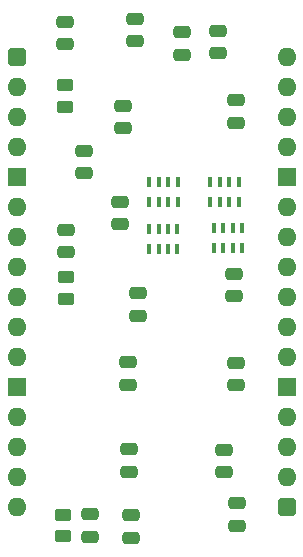
<source format=gbs>
%TF.GenerationSoftware,KiCad,Pcbnew,8.0.7*%
%TF.CreationDate,2025-03-06T21:42:32+02:00*%
%TF.ProjectId,W65C816 Clock Hold,57363543-3831-4362-9043-6c6f636b2048,V1*%
%TF.SameCoordinates,Original*%
%TF.FileFunction,Soldermask,Bot*%
%TF.FilePolarity,Negative*%
%FSLAX46Y46*%
G04 Gerber Fmt 4.6, Leading zero omitted, Abs format (unit mm)*
G04 Created by KiCad (PCBNEW 8.0.7) date 2025-03-06 21:42:32*
%MOMM*%
%LPD*%
G01*
G04 APERTURE LIST*
G04 Aperture macros list*
%AMRoundRect*
0 Rectangle with rounded corners*
0 $1 Rounding radius*
0 $2 $3 $4 $5 $6 $7 $8 $9 X,Y pos of 4 corners*
0 Add a 4 corners polygon primitive as box body*
4,1,4,$2,$3,$4,$5,$6,$7,$8,$9,$2,$3,0*
0 Add four circle primitives for the rounded corners*
1,1,$1+$1,$2,$3*
1,1,$1+$1,$4,$5*
1,1,$1+$1,$6,$7*
1,1,$1+$1,$8,$9*
0 Add four rect primitives between the rounded corners*
20,1,$1+$1,$2,$3,$4,$5,0*
20,1,$1+$1,$4,$5,$6,$7,0*
20,1,$1+$1,$6,$7,$8,$9,0*
20,1,$1+$1,$8,$9,$2,$3,0*%
G04 Aperture macros list end*
%ADD10O,1.600000X1.600000*%
%ADD11R,1.600000X1.600000*%
%ADD12RoundRect,0.400000X-0.400000X-0.400000X0.400000X-0.400000X0.400000X0.400000X-0.400000X0.400000X0*%
%ADD13R,0.450000X0.950000*%
%ADD14RoundRect,0.250000X-0.475000X0.250000X-0.475000X-0.250000X0.475000X-0.250000X0.475000X0.250000X0*%
%ADD15RoundRect,0.250000X0.450000X-0.262500X0.450000X0.262500X-0.450000X0.262500X-0.450000X-0.262500X0*%
%ADD16RoundRect,0.250000X-0.450000X0.262500X-0.450000X-0.262500X0.450000X-0.262500X0.450000X0.262500X0*%
%ADD17R,0.450000X0.900000*%
%ADD18RoundRect,0.250000X0.475000X-0.250000X0.475000X0.250000X-0.475000X0.250000X-0.475000X-0.250000X0*%
G04 APERTURE END LIST*
D10*
%TO.C,J1*%
X22860000Y0D03*
X22860000Y-2540000D03*
X22860000Y-5080000D03*
X22860000Y-7620000D03*
D11*
X22860000Y-10160000D03*
D10*
X22860000Y-12700000D03*
X22860000Y-15240000D03*
X22860000Y-17780000D03*
X22860000Y-20320000D03*
X22860000Y-22860000D03*
X22860000Y-25400000D03*
D11*
X22860000Y-27940000D03*
D10*
X22860000Y-30480000D03*
X22860000Y-33020000D03*
X22860000Y-35560000D03*
D12*
X22860000Y-38100000D03*
D10*
X0Y-38100000D03*
X0Y-35560000D03*
X0Y-33020000D03*
X0Y-30480000D03*
D11*
X0Y-27940000D03*
D10*
X0Y-25400000D03*
X0Y-22860000D03*
X0Y-20320000D03*
X0Y-17780000D03*
X0Y-15240000D03*
X0Y-12700000D03*
D11*
X0Y-10160000D03*
D10*
X0Y-7620000D03*
X0Y-5080000D03*
X0Y-2540000D03*
D12*
X0Y0D03*
%TD*%
D13*
%TO.C,CN1*%
X16707000Y-16217000D03*
X17507000Y-16217000D03*
X18307000Y-16217000D03*
X19107000Y-16217000D03*
X19107000Y-14517000D03*
X18307000Y-14517000D03*
X17507000Y-14517000D03*
X16707000Y-14517000D03*
%TD*%
D14*
%TO.C,C57*%
X9525000Y-35129000D03*
X9525000Y-33229000D03*
%TD*%
%TO.C,C27*%
X18542000Y-27813000D03*
X18542000Y-25913000D03*
%TD*%
%TO.C,C23*%
X8763000Y-14174000D03*
X8763000Y-12274000D03*
%TD*%
D15*
%TO.C,R2*%
X4074000Y-2389500D03*
X4074000Y-4214500D03*
%TD*%
D14*
%TO.C,C25*%
X18669000Y-39701000D03*
X18669000Y-37801000D03*
%TD*%
D16*
%TO.C,R3*%
X3927000Y-40581500D03*
X3927000Y-38756500D03*
%TD*%
D14*
%TO.C,C26*%
X10287000Y-21921000D03*
X10287000Y-20021000D03*
%TD*%
D17*
%TO.C,RN1*%
X16396000Y-12280000D03*
X17196000Y-12280000D03*
X17996000Y-12280000D03*
X18796000Y-12280000D03*
X18796000Y-10580000D03*
X17996000Y-10580000D03*
X17196000Y-10580000D03*
X16396000Y-10580000D03*
%TD*%
D18*
%TO.C,C2*%
X4064000Y2998000D03*
X4064000Y1098000D03*
%TD*%
D14*
%TO.C,C3*%
X6223000Y-40635000D03*
X6223000Y-38735000D03*
%TD*%
D17*
%TO.C,RN2*%
X11226800Y-12280000D03*
X12026800Y-12280000D03*
X12826800Y-12280000D03*
X13626800Y-12280000D03*
X13626800Y-10580000D03*
X12826800Y-10580000D03*
X12026800Y-10580000D03*
X11226800Y-10580000D03*
%TD*%
D14*
%TO.C,C47*%
X9652000Y-40717000D03*
X9652000Y-38817000D03*
%TD*%
%TO.C,C20*%
X10050000Y1305000D03*
X10050000Y3205000D03*
%TD*%
%TO.C,C24*%
X5715000Y-9856000D03*
X5715000Y-7956000D03*
%TD*%
D16*
%TO.C,R1*%
X4181000Y-20470500D03*
X4181000Y-18645500D03*
%TD*%
D14*
%TO.C,C30*%
X9398000Y-27763000D03*
X9398000Y-25863000D03*
%TD*%
%TO.C,C44*%
X17078000Y309000D03*
X17078000Y2209000D03*
%TD*%
D18*
%TO.C,C1*%
X4191000Y-14655000D03*
X4191000Y-16555000D03*
%TD*%
%TO.C,C4*%
X17526000Y-33274000D03*
X17526000Y-35174000D03*
%TD*%
D14*
%TO.C,C56*%
X9017000Y-6046000D03*
X9017000Y-4146000D03*
%TD*%
D13*
%TO.C,CN2*%
X11208200Y-16256000D03*
X12008200Y-16256000D03*
X12808200Y-16256000D03*
X13608200Y-16256000D03*
X13608200Y-14556000D03*
X12808200Y-14556000D03*
X12008200Y-14556000D03*
X11208200Y-14556000D03*
%TD*%
D14*
%TO.C,C21*%
X18542000Y-5583000D03*
X18542000Y-3683000D03*
%TD*%
%TO.C,C28*%
X18423000Y-20270000D03*
X18423000Y-18370000D03*
%TD*%
%TO.C,C43*%
X14030000Y182000D03*
X14030000Y2082000D03*
%TD*%
M02*

</source>
